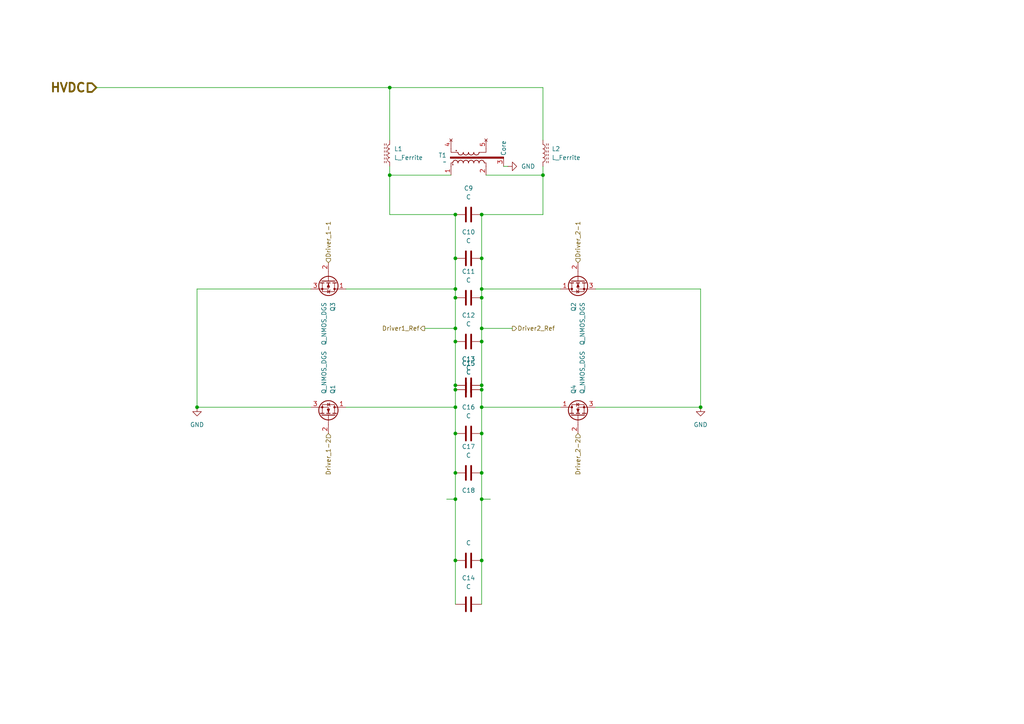
<source format=kicad_sch>
(kicad_sch
	(version 20231120)
	(generator "eeschema")
	(generator_version "8.0")
	(uuid "9cd4557a-55bf-4b87-b18b-c1ab7101cfbf")
	(paper "A4")
	(lib_symbols
		(symbol "CustomParts:TereksTransformer"
			(exclude_from_sim no)
			(in_bom yes)
			(on_board yes)
			(property "Reference" "T"
				(at 0 3.556 0)
				(effects
					(font
						(size 1.27 1.27)
					)
				)
			)
			(property "Value" ""
				(at 0 0 0)
				(effects
					(font
						(size 1.27 1.27)
					)
				)
			)
			(property "Footprint" "AA_Components:WorkTransformer"
				(at 0.762 -17.78 0)
				(effects
					(font
						(size 1.27 1.27)
					)
					(hide yes)
				)
			)
			(property "Datasheet" ""
				(at 0 0 0)
				(effects
					(font
						(size 1.27 1.27)
					)
					(hide yes)
				)
			)
			(property "Description" "Custom Transformer for Terek"
				(at 0.508 -19.558 0)
				(effects
					(font
						(size 1.27 1.27)
					)
					(hide yes)
				)
			)
			(symbol "TereksTransformer_0_1"
				(circle
					(center -2.032 -0.508)
					(radius 0.127)
					(stroke
						(width 0)
						(type default)
					)
					(fill
						(type none)
					)
				)
				(arc
					(start -1.524 -9.652)
					(mid -0.7653 -8.89)
					(end -1.524 -8.128)
					(stroke
						(width 0.2032)
						(type default)
					)
					(fill
						(type none)
					)
				)
				(arc
					(start -1.524 -8.128)
					(mid -0.7653 -7.366)
					(end -1.524 -6.604)
					(stroke
						(width 0.2032)
						(type default)
					)
					(fill
						(type none)
					)
				)
				(arc
					(start -1.524 -6.604)
					(mid -0.7653 -5.842)
					(end -1.524 -5.08)
					(stroke
						(width 0.2032)
						(type default)
					)
					(fill
						(type none)
					)
				)
				(arc
					(start -1.524 -5.08)
					(mid -0.7653 -4.318)
					(end -1.524 -3.556)
					(stroke
						(width 0.2032)
						(type default)
					)
					(fill
						(type none)
					)
				)
				(arc
					(start -1.524 -3.556)
					(mid -0.7653 -2.794)
					(end -1.524 -2.032)
					(stroke
						(width 0.2032)
						(type default)
					)
					(fill
						(type none)
					)
				)
				(arc
					(start -1.524 -2.032)
					(mid -0.7653 -1.27)
					(end -1.524 -0.508)
					(stroke
						(width 0.2032)
						(type default)
					)
					(fill
						(type none)
					)
				)
				(rectangle
					(start -0.254 0.254)
					(end 0.254 -15.3152)
					(stroke
						(width 0.0254)
						(type default)
					)
					(fill
						(type outline)
					)
				)
				(polyline
					(pts
						(xy -1.524 -9.652) (xy -1.524 -10.16) (xy -2.54 -10.16)
					)
					(stroke
						(width 0)
						(type default)
					)
					(fill
						(type none)
					)
				)
				(polyline
					(pts
						(xy -1.524 -0.508) (xy -1.524 0) (xy -2.54 0)
					)
					(stroke
						(width 0)
						(type default)
					)
					(fill
						(type none)
					)
				)
				(polyline
					(pts
						(xy 1.524 -2.032) (xy 1.524 0) (xy 2.54 0) (xy 2.54 0)
					)
					(stroke
						(width 0.1524)
						(type default)
					)
					(fill
						(type none)
					)
				)
				(polyline
					(pts
						(xy 2.54 -10.16) (xy 1.524 -10.16) (xy 1.524 -8.128) (xy 1.524 -8.128)
					)
					(stroke
						(width 0.1524)
						(type default)
					)
					(fill
						(type none)
					)
				)
				(arc
					(start 1.524 -6.604)
					(mid 0.7653 -7.366)
					(end 1.524 -8.128)
					(stroke
						(width 0.2032)
						(type default)
					)
					(fill
						(type none)
					)
				)
				(arc
					(start 1.524 -5.08)
					(mid 0.7653 -5.842)
					(end 1.524 -6.604)
					(stroke
						(width 0.2032)
						(type default)
					)
					(fill
						(type none)
					)
				)
				(arc
					(start 1.524 -3.556)
					(mid 0.7653 -4.318)
					(end 1.524 -5.08)
					(stroke
						(width 0.2032)
						(type default)
					)
					(fill
						(type none)
					)
				)
				(arc
					(start 1.524 -2.032)
					(mid 0.7653 -2.794)
					(end 1.524 -3.556)
					(stroke
						(width 0.2032)
						(type default)
					)
					(fill
						(type none)
					)
				)
				(circle
					(center 2.032 -1.524)
					(radius 0.127)
					(stroke
						(width 0)
						(type default)
					)
					(fill
						(type none)
					)
				)
			)
			(symbol "TereksTransformer_1_1"
				(pin passive line
					(at -5.08 0 0)
					(length 2.54)
					(name "~"
						(effects
							(font
								(size 1.27 1.27)
							)
						)
					)
					(number "1"
						(effects
							(font
								(size 1.27 1.27)
							)
						)
					)
				)
				(pin passive line
					(at -5.08 -10.16 0)
					(length 2.54)
					(name "~"
						(effects
							(font
								(size 1.27 1.27)
							)
						)
					)
					(number "2"
						(effects
							(font
								(size 1.27 1.27)
							)
						)
					)
				)
				(pin passive line
					(at -2.54 -15.24 0)
					(length 2.54)
					(name "Core"
						(effects
							(font
								(size 1.27 1.27)
							)
						)
					)
					(number "3"
						(effects
							(font
								(size 1.27 1.27)
							)
						)
					)
				)
				(pin no_connect line
					(at 5.08 0 180)
					(length 2.54)
					(name "~"
						(effects
							(font
								(size 1.27 1.27)
							)
						)
					)
					(number "4"
						(effects
							(font
								(size 1.27 1.27)
							)
						)
					)
				)
				(pin no_connect line
					(at 5.08 -10.16 180)
					(length 2.54)
					(name "~"
						(effects
							(font
								(size 1.27 1.27)
							)
						)
					)
					(number "5"
						(effects
							(font
								(size 1.27 1.27)
							)
						)
					)
				)
			)
		)
		(symbol "Device:C"
			(pin_numbers hide)
			(pin_names
				(offset 0.254)
			)
			(exclude_from_sim no)
			(in_bom yes)
			(on_board yes)
			(property "Reference" "C"
				(at 0.635 2.54 0)
				(effects
					(font
						(size 1.27 1.27)
					)
					(justify left)
				)
			)
			(property "Value" "C"
				(at 0.635 -2.54 0)
				(effects
					(font
						(size 1.27 1.27)
					)
					(justify left)
				)
			)
			(property "Footprint" ""
				(at 0.9652 -3.81 0)
				(effects
					(font
						(size 1.27 1.27)
					)
					(hide yes)
				)
			)
			(property "Datasheet" "~"
				(at 0 0 0)
				(effects
					(font
						(size 1.27 1.27)
					)
					(hide yes)
				)
			)
			(property "Description" "Unpolarized capacitor"
				(at 0 0 0)
				(effects
					(font
						(size 1.27 1.27)
					)
					(hide yes)
				)
			)
			(property "ki_keywords" "cap capacitor"
				(at 0 0 0)
				(effects
					(font
						(size 1.27 1.27)
					)
					(hide yes)
				)
			)
			(property "ki_fp_filters" "C_*"
				(at 0 0 0)
				(effects
					(font
						(size 1.27 1.27)
					)
					(hide yes)
				)
			)
			(symbol "C_0_1"
				(polyline
					(pts
						(xy -2.032 -0.762) (xy 2.032 -0.762)
					)
					(stroke
						(width 0.508)
						(type default)
					)
					(fill
						(type none)
					)
				)
				(polyline
					(pts
						(xy -2.032 0.762) (xy 2.032 0.762)
					)
					(stroke
						(width 0.508)
						(type default)
					)
					(fill
						(type none)
					)
				)
			)
			(symbol "C_1_1"
				(pin passive line
					(at 0 3.81 270)
					(length 2.794)
					(name "~"
						(effects
							(font
								(size 1.27 1.27)
							)
						)
					)
					(number "1"
						(effects
							(font
								(size 1.27 1.27)
							)
						)
					)
				)
				(pin passive line
					(at 0 -3.81 90)
					(length 2.794)
					(name "~"
						(effects
							(font
								(size 1.27 1.27)
							)
						)
					)
					(number "2"
						(effects
							(font
								(size 1.27 1.27)
							)
						)
					)
				)
			)
		)
		(symbol "Device:L_Ferrite"
			(pin_numbers hide)
			(pin_names
				(offset 1.016) hide)
			(exclude_from_sim no)
			(in_bom yes)
			(on_board yes)
			(property "Reference" "L"
				(at -1.27 0 90)
				(effects
					(font
						(size 1.27 1.27)
					)
				)
			)
			(property "Value" "L_Ferrite"
				(at 2.794 0 90)
				(effects
					(font
						(size 1.27 1.27)
					)
				)
			)
			(property "Footprint" ""
				(at 0 0 0)
				(effects
					(font
						(size 1.27 1.27)
					)
					(hide yes)
				)
			)
			(property "Datasheet" "~"
				(at 0 0 0)
				(effects
					(font
						(size 1.27 1.27)
					)
					(hide yes)
				)
			)
			(property "Description" "Inductor with ferrite core"
				(at 0 0 0)
				(effects
					(font
						(size 1.27 1.27)
					)
					(hide yes)
				)
			)
			(property "ki_keywords" "inductor choke coil reactor magnetic"
				(at 0 0 0)
				(effects
					(font
						(size 1.27 1.27)
					)
					(hide yes)
				)
			)
			(property "ki_fp_filters" "Choke_* *Coil* Inductor_* L_*"
				(at 0 0 0)
				(effects
					(font
						(size 1.27 1.27)
					)
					(hide yes)
				)
			)
			(symbol "L_Ferrite_0_1"
				(arc
					(start 0 -2.54)
					(mid 0.6323 -1.905)
					(end 0 -1.27)
					(stroke
						(width 0)
						(type default)
					)
					(fill
						(type none)
					)
				)
				(arc
					(start 0 -1.27)
					(mid 0.6323 -0.635)
					(end 0 0)
					(stroke
						(width 0)
						(type default)
					)
					(fill
						(type none)
					)
				)
				(polyline
					(pts
						(xy 1.016 -2.794) (xy 1.016 -2.286)
					)
					(stroke
						(width 0)
						(type default)
					)
					(fill
						(type none)
					)
				)
				(polyline
					(pts
						(xy 1.016 -1.778) (xy 1.016 -1.27)
					)
					(stroke
						(width 0)
						(type default)
					)
					(fill
						(type none)
					)
				)
				(polyline
					(pts
						(xy 1.016 -0.762) (xy 1.016 -0.254)
					)
					(stroke
						(width 0)
						(type default)
					)
					(fill
						(type none)
					)
				)
				(polyline
					(pts
						(xy 1.016 0.254) (xy 1.016 0.762)
					)
					(stroke
						(width 0)
						(type default)
					)
					(fill
						(type none)
					)
				)
				(polyline
					(pts
						(xy 1.016 1.27) (xy 1.016 1.778)
					)
					(stroke
						(width 0)
						(type default)
					)
					(fill
						(type none)
					)
				)
				(polyline
					(pts
						(xy 1.016 2.286) (xy 1.016 2.794)
					)
					(stroke
						(width 0)
						(type default)
					)
					(fill
						(type none)
					)
				)
				(polyline
					(pts
						(xy 1.524 -2.286) (xy 1.524 -2.794)
					)
					(stroke
						(width 0)
						(type default)
					)
					(fill
						(type none)
					)
				)
				(polyline
					(pts
						(xy 1.524 -1.27) (xy 1.524 -1.778)
					)
					(stroke
						(width 0)
						(type default)
					)
					(fill
						(type none)
					)
				)
				(polyline
					(pts
						(xy 1.524 -0.254) (xy 1.524 -0.762)
					)
					(stroke
						(width 0)
						(type default)
					)
					(fill
						(type none)
					)
				)
				(polyline
					(pts
						(xy 1.524 0.762) (xy 1.524 0.254)
					)
					(stroke
						(width 0)
						(type default)
					)
					(fill
						(type none)
					)
				)
				(polyline
					(pts
						(xy 1.524 1.778) (xy 1.524 1.27)
					)
					(stroke
						(width 0)
						(type default)
					)
					(fill
						(type none)
					)
				)
				(polyline
					(pts
						(xy 1.524 2.794) (xy 1.524 2.286)
					)
					(stroke
						(width 0)
						(type default)
					)
					(fill
						(type none)
					)
				)
				(arc
					(start 0 0)
					(mid 0.6323 0.635)
					(end 0 1.27)
					(stroke
						(width 0)
						(type default)
					)
					(fill
						(type none)
					)
				)
				(arc
					(start 0 1.27)
					(mid 0.6323 1.905)
					(end 0 2.54)
					(stroke
						(width 0)
						(type default)
					)
					(fill
						(type none)
					)
				)
			)
			(symbol "L_Ferrite_1_1"
				(pin passive line
					(at 0 3.81 270)
					(length 1.27)
					(name "1"
						(effects
							(font
								(size 1.27 1.27)
							)
						)
					)
					(number "1"
						(effects
							(font
								(size 1.27 1.27)
							)
						)
					)
				)
				(pin passive line
					(at 0 -3.81 90)
					(length 1.27)
					(name "2"
						(effects
							(font
								(size 1.27 1.27)
							)
						)
					)
					(number "2"
						(effects
							(font
								(size 1.27 1.27)
							)
						)
					)
				)
			)
		)
		(symbol "Device:Q_NMOS_DGS"
			(pin_names
				(offset 0) hide)
			(exclude_from_sim no)
			(in_bom yes)
			(on_board yes)
			(property "Reference" "Q"
				(at 5.08 1.27 0)
				(effects
					(font
						(size 1.27 1.27)
					)
					(justify left)
				)
			)
			(property "Value" "Q_NMOS_DGS"
				(at 5.08 -1.27 0)
				(effects
					(font
						(size 1.27 1.27)
					)
					(justify left)
				)
			)
			(property "Footprint" ""
				(at 5.08 2.54 0)
				(effects
					(font
						(size 1.27 1.27)
					)
					(hide yes)
				)
			)
			(property "Datasheet" "~"
				(at 0 0 0)
				(effects
					(font
						(size 1.27 1.27)
					)
					(hide yes)
				)
			)
			(property "Description" "N-MOSFET transistor, drain/gate/source"
				(at 0 0 0)
				(effects
					(font
						(size 1.27 1.27)
					)
					(hide yes)
				)
			)
			(property "ki_keywords" "transistor NMOS N-MOS N-MOSFET"
				(at 0 0 0)
				(effects
					(font
						(size 1.27 1.27)
					)
					(hide yes)
				)
			)
			(symbol "Q_NMOS_DGS_0_1"
				(polyline
					(pts
						(xy 0.254 0) (xy -2.54 0)
					)
					(stroke
						(width 0)
						(type default)
					)
					(fill
						(type none)
					)
				)
				(polyline
					(pts
						(xy 0.254 1.905) (xy 0.254 -1.905)
					)
					(stroke
						(width 0.254)
						(type default)
					)
					(fill
						(type none)
					)
				)
				(polyline
					(pts
						(xy 0.762 -1.27) (xy 0.762 -2.286)
					)
					(stroke
						(width 0.254)
						(type default)
					)
					(fill
						(type none)
					)
				)
				(polyline
					(pts
						(xy 0.762 0.508) (xy 0.762 -0.508)
					)
					(stroke
						(width 0.254)
						(type default)
					)
					(fill
						(type none)
					)
				)
				(polyline
					(pts
						(xy 0.762 2.286) (xy 0.762 1.27)
					)
					(stroke
						(width 0.254)
						(type default)
					)
					(fill
						(type none)
					)
				)
				(polyline
					(pts
						(xy 2.54 2.54) (xy 2.54 1.778)
					)
					(stroke
						(width 0)
						(type default)
					)
					(fill
						(type none)
					)
				)
				(polyline
					(pts
						(xy 2.54 -2.54) (xy 2.54 0) (xy 0.762 0)
					)
					(stroke
						(width 0)
						(type default)
					)
					(fill
						(type none)
					)
				)
				(polyline
					(pts
						(xy 0.762 -1.778) (xy 3.302 -1.778) (xy 3.302 1.778) (xy 0.762 1.778)
					)
					(stroke
						(width 0)
						(type default)
					)
					(fill
						(type none)
					)
				)
				(polyline
					(pts
						(xy 1.016 0) (xy 2.032 0.381) (xy 2.032 -0.381) (xy 1.016 0)
					)
					(stroke
						(width 0)
						(type default)
					)
					(fill
						(type outline)
					)
				)
				(polyline
					(pts
						(xy 2.794 0.508) (xy 2.921 0.381) (xy 3.683 0.381) (xy 3.81 0.254)
					)
					(stroke
						(width 0)
						(type default)
					)
					(fill
						(type none)
					)
				)
				(polyline
					(pts
						(xy 3.302 0.381) (xy 2.921 -0.254) (xy 3.683 -0.254) (xy 3.302 0.381)
					)
					(stroke
						(width 0)
						(type default)
					)
					(fill
						(type none)
					)
				)
				(circle
					(center 1.651 0)
					(radius 2.794)
					(stroke
						(width 0.254)
						(type default)
					)
					(fill
						(type none)
					)
				)
				(circle
					(center 2.54 -1.778)
					(radius 0.254)
					(stroke
						(width 0)
						(type default)
					)
					(fill
						(type outline)
					)
				)
				(circle
					(center 2.54 1.778)
					(radius 0.254)
					(stroke
						(width 0)
						(type default)
					)
					(fill
						(type outline)
					)
				)
			)
			(symbol "Q_NMOS_DGS_1_1"
				(pin passive line
					(at 2.54 5.08 270)
					(length 2.54)
					(name "D"
						(effects
							(font
								(size 1.27 1.27)
							)
						)
					)
					(number "1"
						(effects
							(font
								(size 1.27 1.27)
							)
						)
					)
				)
				(pin input line
					(at -5.08 0 0)
					(length 2.54)
					(name "G"
						(effects
							(font
								(size 1.27 1.27)
							)
						)
					)
					(number "2"
						(effects
							(font
								(size 1.27 1.27)
							)
						)
					)
				)
				(pin passive line
					(at 2.54 -5.08 90)
					(length 2.54)
					(name "S"
						(effects
							(font
								(size 1.27 1.27)
							)
						)
					)
					(number "3"
						(effects
							(font
								(size 1.27 1.27)
							)
						)
					)
				)
			)
		)
		(symbol "power:GND"
			(power)
			(pin_numbers hide)
			(pin_names
				(offset 0) hide)
			(exclude_from_sim no)
			(in_bom yes)
			(on_board yes)
			(property "Reference" "#PWR"
				(at 0 -6.35 0)
				(effects
					(font
						(size 1.27 1.27)
					)
					(hide yes)
				)
			)
			(property "Value" "GND"
				(at 0 -3.81 0)
				(effects
					(font
						(size 1.27 1.27)
					)
				)
			)
			(property "Footprint" ""
				(at 0 0 0)
				(effects
					(font
						(size 1.27 1.27)
					)
					(hide yes)
				)
			)
			(property "Datasheet" ""
				(at 0 0 0)
				(effects
					(font
						(size 1.27 1.27)
					)
					(hide yes)
				)
			)
			(property "Description" "Power symbol creates a global label with name \"GND\" , ground"
				(at 0 0 0)
				(effects
					(font
						(size 1.27 1.27)
					)
					(hide yes)
				)
			)
			(property "ki_keywords" "global power"
				(at 0 0 0)
				(effects
					(font
						(size 1.27 1.27)
					)
					(hide yes)
				)
			)
			(symbol "GND_0_1"
				(polyline
					(pts
						(xy 0 0) (xy 0 -1.27) (xy 1.27 -1.27) (xy 0 -2.54) (xy -1.27 -1.27) (xy 0 -1.27)
					)
					(stroke
						(width 0)
						(type default)
					)
					(fill
						(type none)
					)
				)
			)
			(symbol "GND_1_1"
				(pin power_in line
					(at 0 0 270)
					(length 0)
					(name "~"
						(effects
							(font
								(size 1.27 1.27)
							)
						)
					)
					(number "1"
						(effects
							(font
								(size 1.27 1.27)
							)
						)
					)
				)
			)
		)
	)
	(junction
		(at 139.7 118.11)
		(diameter 0)
		(color 0 0 0 0)
		(uuid "042a3427-f537-47bd-98fc-257459b6151b")
	)
	(junction
		(at 157.48 50.8)
		(diameter 0)
		(color 0 0 0 0)
		(uuid "05d05276-92e1-4dca-b0cd-c12b685facca")
	)
	(junction
		(at 132.08 74.93)
		(diameter 0)
		(color 0 0 0 0)
		(uuid "14e1bc9e-3333-4d28-b928-0c66ee245d4a")
	)
	(junction
		(at 139.7 74.93)
		(diameter 0)
		(color 0 0 0 0)
		(uuid "15f8f1ec-0740-4826-b1d4-7409bcc3c186")
	)
	(junction
		(at 132.08 118.11)
		(diameter 0)
		(color 0 0 0 0)
		(uuid "1a814e1e-dff4-427c-979c-182e8a389832")
	)
	(junction
		(at 139.7 86.36)
		(diameter 0)
		(color 0 0 0 0)
		(uuid "1af79d56-8ff1-4b56-9e8b-f7f02b8f72ce")
	)
	(junction
		(at 113.03 50.8)
		(diameter 0)
		(color 0 0 0 0)
		(uuid "2fd76069-4e57-468a-b97a-414da1146bc3")
	)
	(junction
		(at 139.7 62.23)
		(diameter 0)
		(color 0 0 0 0)
		(uuid "338f2272-b941-4c11-b998-0d2339072b35")
	)
	(junction
		(at 139.7 113.03)
		(diameter 0)
		(color 0 0 0 0)
		(uuid "3e36ed91-e926-461b-99c9-53e5a21a8bf9")
	)
	(junction
		(at 132.08 144.78)
		(diameter 0)
		(color 0 0 0 0)
		(uuid "44734972-0260-42bf-a837-d4fc519f0012")
	)
	(junction
		(at 139.7 99.06)
		(diameter 0)
		(color 0 0 0 0)
		(uuid "4a94c1f5-7412-42fa-a748-3e66fbe7f7d7")
	)
	(junction
		(at 139.7 83.82)
		(diameter 0)
		(color 0 0 0 0)
		(uuid "5908f3b7-48c2-4845-bee7-c37062053736")
	)
	(junction
		(at 132.08 99.06)
		(diameter 0)
		(color 0 0 0 0)
		(uuid "5ccc6b0d-71ad-4c61-a93d-4c328781907e")
	)
	(junction
		(at 132.08 62.23)
		(diameter 0)
		(color 0 0 0 0)
		(uuid "6676fdd5-6a7c-49c0-90ff-66ad2ee0f15d")
	)
	(junction
		(at 139.7 111.76)
		(diameter 0)
		(color 0 0 0 0)
		(uuid "7506eb4f-5c08-4c2a-aa2b-eb31b36e9e9a")
	)
	(junction
		(at 132.08 83.82)
		(diameter 0)
		(color 0 0 0 0)
		(uuid "793117e9-72bd-419b-b36e-8fc1991b5b56")
	)
	(junction
		(at 113.03 25.4)
		(diameter 0)
		(color 0 0 0 0)
		(uuid "7bdeae33-0f4c-4090-8357-e405e238142d")
	)
	(junction
		(at 57.15 118.11)
		(diameter 0)
		(color 0 0 0 0)
		(uuid "834b88eb-e0e4-4897-b6b2-1dfcabe6d0b7")
	)
	(junction
		(at 132.08 86.36)
		(diameter 0)
		(color 0 0 0 0)
		(uuid "840f864d-1f65-4471-9d22-c19b7880881f")
	)
	(junction
		(at 139.7 162.56)
		(diameter 0)
		(color 0 0 0 0)
		(uuid "8594ddaf-4778-4367-8477-a1d6d63ec033")
	)
	(junction
		(at 139.7 125.73)
		(diameter 0)
		(color 0 0 0 0)
		(uuid "88968846-1424-43f4-a105-1053a793b5fe")
	)
	(junction
		(at 139.7 95.25)
		(diameter 0)
		(color 0 0 0 0)
		(uuid "afb966ea-ea34-454b-b530-1d78380c4f6a")
	)
	(junction
		(at 132.08 125.73)
		(diameter 0)
		(color 0 0 0 0)
		(uuid "b947acf3-2c70-468f-9d88-6369300ac637")
	)
	(junction
		(at 132.08 113.03)
		(diameter 0)
		(color 0 0 0 0)
		(uuid "cb15790f-5201-4468-a8ca-189057d75e09")
	)
	(junction
		(at 139.7 144.78)
		(diameter 0)
		(color 0 0 0 0)
		(uuid "d15e8e96-1ca4-444b-92e4-80774c782187")
	)
	(junction
		(at 132.08 162.56)
		(diameter 0)
		(color 0 0 0 0)
		(uuid "dd261c92-9133-4dd8-b6e6-ff6703aded53")
	)
	(junction
		(at 139.7 137.16)
		(diameter 0)
		(color 0 0 0 0)
		(uuid "e79f6905-c1ac-4e62-b64e-4c4a57a47c75")
	)
	(junction
		(at 203.2 118.11)
		(diameter 0)
		(color 0 0 0 0)
		(uuid "ec5e9a76-051b-4a49-8a9d-9be553b3f413")
	)
	(junction
		(at 132.08 137.16)
		(diameter 0)
		(color 0 0 0 0)
		(uuid "efc082cd-c958-47dc-8099-daa8fb67dbae")
	)
	(junction
		(at 132.08 95.25)
		(diameter 0)
		(color 0 0 0 0)
		(uuid "f3801f10-1b6b-4fd5-a73c-a6dcb98c616a")
	)
	(junction
		(at 132.08 111.76)
		(diameter 0)
		(color 0 0 0 0)
		(uuid "f43f67ad-e0dc-4b51-b693-f371d99a6d61")
	)
	(wire
		(pts
			(xy 113.03 62.23) (xy 132.08 62.23)
		)
		(stroke
			(width 0)
			(type default)
		)
		(uuid "03cd952b-6261-479c-9e60-4db835b14c61")
	)
	(wire
		(pts
			(xy 132.08 111.76) (xy 132.08 113.03)
		)
		(stroke
			(width 0)
			(type default)
		)
		(uuid "04fa0002-5c19-40dc-9d44-d1a6598ba6ce")
	)
	(wire
		(pts
			(xy 157.48 40.64) (xy 157.48 25.4)
		)
		(stroke
			(width 0)
			(type default)
		)
		(uuid "0716ea0f-b73a-49d8-96ff-7cc333b97c4c")
	)
	(wire
		(pts
			(xy 172.72 83.82) (xy 203.2 83.82)
		)
		(stroke
			(width 0)
			(type default)
		)
		(uuid "0771b51c-ce90-457a-893a-d65d0b4f5d33")
	)
	(wire
		(pts
			(xy 139.7 113.03) (xy 139.7 118.11)
		)
		(stroke
			(width 0)
			(type default)
		)
		(uuid "090d93e0-47ff-4601-adce-63fa83eeebc4")
	)
	(wire
		(pts
			(xy 139.7 125.73) (xy 139.7 137.16)
		)
		(stroke
			(width 0)
			(type default)
		)
		(uuid "09aeb38e-d90a-415e-9978-a3c98994d293")
	)
	(wire
		(pts
			(xy 132.08 162.56) (xy 132.08 175.26)
		)
		(stroke
			(width 0)
			(type default)
		)
		(uuid "0afa8321-ce05-408b-9bd3-80e9805a559a")
	)
	(wire
		(pts
			(xy 132.08 62.23) (xy 132.08 74.93)
		)
		(stroke
			(width 0)
			(type default)
		)
		(uuid "1c685a76-44fd-4d5e-9bde-1b2a67434222")
	)
	(wire
		(pts
			(xy 139.7 162.56) (xy 139.7 175.26)
		)
		(stroke
			(width 0)
			(type default)
		)
		(uuid "1ced0967-555a-4e97-a3a6-9d2adac19acc")
	)
	(wire
		(pts
			(xy 139.7 95.25) (xy 148.59 95.25)
		)
		(stroke
			(width 0)
			(type default)
		)
		(uuid "23c53c9e-5f07-4dfb-880e-794b64b487cd")
	)
	(wire
		(pts
			(xy 132.08 74.93) (xy 132.08 83.82)
		)
		(stroke
			(width 0)
			(type default)
		)
		(uuid "28b58f09-4cb2-4984-8c8a-1517956c3bca")
	)
	(wire
		(pts
			(xy 147.32 48.26) (xy 146.05 48.26)
		)
		(stroke
			(width 0)
			(type default)
		)
		(uuid "28c807b9-0ddf-41eb-8771-7d7e583065f0")
	)
	(wire
		(pts
			(xy 139.7 62.23) (xy 157.48 62.23)
		)
		(stroke
			(width 0)
			(type default)
		)
		(uuid "29b12a1c-ac62-4145-b7b9-df5e50358d42")
	)
	(wire
		(pts
			(xy 100.33 83.82) (xy 132.08 83.82)
		)
		(stroke
			(width 0)
			(type default)
		)
		(uuid "30dfedce-25a5-450d-a0e1-0df887bcbe55")
	)
	(wire
		(pts
			(xy 139.7 118.11) (xy 162.56 118.11)
		)
		(stroke
			(width 0)
			(type default)
		)
		(uuid "33ad69d0-bd0d-4847-a130-a9e49743eb34")
	)
	(wire
		(pts
			(xy 157.48 25.4) (xy 113.03 25.4)
		)
		(stroke
			(width 0)
			(type default)
		)
		(uuid "3b54cc2e-fd1b-4017-9f2d-8058b00660d3")
	)
	(wire
		(pts
			(xy 132.08 86.36) (xy 132.08 95.25)
		)
		(stroke
			(width 0)
			(type default)
		)
		(uuid "42c510b5-50e2-44b8-bcb2-bbd8541d50f1")
	)
	(wire
		(pts
			(xy 139.7 83.82) (xy 162.56 83.82)
		)
		(stroke
			(width 0)
			(type default)
		)
		(uuid "4728855e-6e78-47dc-88db-a81392cfaa98")
	)
	(wire
		(pts
			(xy 113.03 50.8) (xy 130.81 50.8)
		)
		(stroke
			(width 0)
			(type default)
		)
		(uuid "486fa881-dbb3-4963-a88c-2a8673dda25b")
	)
	(wire
		(pts
			(xy 139.7 99.06) (xy 139.7 111.76)
		)
		(stroke
			(width 0)
			(type default)
		)
		(uuid "4a6e79ea-c7f8-4e66-85ca-bf20f0e295a3")
	)
	(wire
		(pts
			(xy 113.03 48.26) (xy 113.03 50.8)
		)
		(stroke
			(width 0)
			(type default)
		)
		(uuid "4aae044a-0222-4610-b00f-659d254ecf8e")
	)
	(wire
		(pts
			(xy 100.33 118.11) (xy 132.08 118.11)
		)
		(stroke
			(width 0)
			(type default)
		)
		(uuid "507e88c0-4a24-4be5-8b78-d3d8535c5867")
	)
	(wire
		(pts
			(xy 57.15 83.82) (xy 57.15 118.11)
		)
		(stroke
			(width 0)
			(type default)
		)
		(uuid "52f862a4-672a-4a7f-bfae-613053576bd1")
	)
	(wire
		(pts
			(xy 57.15 118.11) (xy 90.17 118.11)
		)
		(stroke
			(width 0)
			(type default)
		)
		(uuid "5932db6c-5190-40dd-b674-2a5987b0a3d4")
	)
	(wire
		(pts
			(xy 157.48 62.23) (xy 157.48 50.8)
		)
		(stroke
			(width 0)
			(type default)
		)
		(uuid "59492da5-6de8-4609-bcce-124e6f05f42d")
	)
	(wire
		(pts
			(xy 139.7 83.82) (xy 139.7 86.36)
		)
		(stroke
			(width 0)
			(type default)
		)
		(uuid "5e9557d6-ad5c-4ef6-9b95-e3c9ba58b0f4")
	)
	(wire
		(pts
			(xy 132.08 118.11) (xy 132.08 125.73)
		)
		(stroke
			(width 0)
			(type default)
		)
		(uuid "61e68c2a-7674-4079-9754-b98c2750ecea")
	)
	(wire
		(pts
			(xy 139.7 111.76) (xy 139.7 113.03)
		)
		(stroke
			(width 0)
			(type default)
		)
		(uuid "6388ba20-0a31-41e4-be4c-d2e0a27a2dfb")
	)
	(wire
		(pts
			(xy 57.15 83.82) (xy 90.17 83.82)
		)
		(stroke
			(width 0)
			(type default)
		)
		(uuid "68863e37-4a1e-4ff5-ab03-834e34289250")
	)
	(wire
		(pts
			(xy 132.08 99.06) (xy 132.08 111.76)
		)
		(stroke
			(width 0)
			(type default)
		)
		(uuid "6dcdd3e8-ab97-4606-8279-f915f74ce56e")
	)
	(wire
		(pts
			(xy 123.19 95.25) (xy 132.08 95.25)
		)
		(stroke
			(width 0)
			(type default)
		)
		(uuid "6dd0f896-a639-48f6-a33a-dec8321b2170")
	)
	(wire
		(pts
			(xy 27.94 25.4) (xy 113.03 25.4)
		)
		(stroke
			(width 0)
			(type default)
		)
		(uuid "72d1a965-63d5-4862-85c9-d1c9919a5ee6")
	)
	(wire
		(pts
			(xy 139.7 144.78) (xy 139.7 162.56)
		)
		(stroke
			(width 0)
			(type default)
		)
		(uuid "744530ad-d0ae-413a-8dc6-d2c14ddcad88")
	)
	(wire
		(pts
			(xy 172.72 118.11) (xy 203.2 118.11)
		)
		(stroke
			(width 0)
			(type default)
		)
		(uuid "7908396f-c2c4-49fc-9ae1-11a899e3ff4a")
	)
	(wire
		(pts
			(xy 132.08 137.16) (xy 132.08 144.78)
		)
		(stroke
			(width 0)
			(type default)
		)
		(uuid "793d338d-867e-451f-a87c-dcae54b7b423")
	)
	(wire
		(pts
			(xy 132.08 95.25) (xy 132.08 99.06)
		)
		(stroke
			(width 0)
			(type default)
		)
		(uuid "83c7ed55-600b-46b3-a830-798dc6055ec1")
	)
	(wire
		(pts
			(xy 140.97 50.8) (xy 157.48 50.8)
		)
		(stroke
			(width 0)
			(type default)
		)
		(uuid "8cf62420-c868-4bcb-b05b-d85f33980da3")
	)
	(wire
		(pts
			(xy 132.08 125.73) (xy 132.08 137.16)
		)
		(stroke
			(width 0)
			(type default)
		)
		(uuid "94006d87-dff6-4b44-aa2d-77f2bc251a76")
	)
	(wire
		(pts
			(xy 139.7 137.16) (xy 139.7 144.78)
		)
		(stroke
			(width 0)
			(type default)
		)
		(uuid "96a08538-ce09-47eb-83fa-83fa47342bb9")
	)
	(wire
		(pts
			(xy 139.7 62.23) (xy 139.7 74.93)
		)
		(stroke
			(width 0)
			(type default)
		)
		(uuid "9bc44bd6-7db3-4c16-bb6d-9852c86f383f")
	)
	(wire
		(pts
			(xy 132.08 83.82) (xy 132.08 86.36)
		)
		(stroke
			(width 0)
			(type default)
		)
		(uuid "9ccf5ed3-382a-4e67-aec9-a84c4d14c193")
	)
	(wire
		(pts
			(xy 113.03 62.23) (xy 113.03 50.8)
		)
		(stroke
			(width 0)
			(type default)
		)
		(uuid "9e3a086f-a3b6-400f-867b-5b5d3ec98c8b")
	)
	(wire
		(pts
			(xy 203.2 83.82) (xy 203.2 118.11)
		)
		(stroke
			(width 0)
			(type default)
		)
		(uuid "a55e643f-d880-4378-a10c-9e7885169f8e")
	)
	(wire
		(pts
			(xy 129.54 144.78) (xy 132.08 144.78)
		)
		(stroke
			(width 0)
			(type default)
		)
		(uuid "a7feac12-cc83-4610-87c8-cac932c7aee6")
	)
	(wire
		(pts
			(xy 139.7 144.78) (xy 142.24 144.78)
		)
		(stroke
			(width 0)
			(type default)
		)
		(uuid "aab5a56d-437d-4774-bfe8-8c5578f9f087")
	)
	(wire
		(pts
			(xy 139.7 118.11) (xy 139.7 125.73)
		)
		(stroke
			(width 0)
			(type default)
		)
		(uuid "b4760d3c-9140-4022-a3d6-4021c9d847d8")
	)
	(wire
		(pts
			(xy 132.08 144.78) (xy 132.08 162.56)
		)
		(stroke
			(width 0)
			(type default)
		)
		(uuid "c3be6189-c4e4-44e8-93eb-5d4650dad720")
	)
	(wire
		(pts
			(xy 139.7 74.93) (xy 139.7 83.82)
		)
		(stroke
			(width 0)
			(type default)
		)
		(uuid "c96e55d2-d28a-4fc2-8244-517b2c468b07")
	)
	(wire
		(pts
			(xy 139.7 95.25) (xy 139.7 99.06)
		)
		(stroke
			(width 0)
			(type default)
		)
		(uuid "d17b9bc7-314f-49dc-8e1f-b2d00438ce2a")
	)
	(wire
		(pts
			(xy 113.03 25.4) (xy 113.03 40.64)
		)
		(stroke
			(width 0)
			(type default)
		)
		(uuid "dde0a3ee-fbb8-4fbb-8250-38df4982c17b")
	)
	(wire
		(pts
			(xy 157.48 50.8) (xy 157.48 48.26)
		)
		(stroke
			(width 0)
			(type default)
		)
		(uuid "e27908e0-f637-47a1-93b9-62b331add91a")
	)
	(wire
		(pts
			(xy 139.7 86.36) (xy 139.7 95.25)
		)
		(stroke
			(width 0)
			(type default)
		)
		(uuid "e62a2830-a8b8-43c5-bc46-1073d1b7645e")
	)
	(wire
		(pts
			(xy 132.08 113.03) (xy 132.08 118.11)
		)
		(stroke
			(width 0)
			(type default)
		)
		(uuid "fa1c233f-8967-429d-99f0-08a35864c2b5")
	)
	(hierarchical_label "Driver_1-2"
		(shape input)
		(at 95.25 125.73 270)
		(fields_autoplaced yes)
		(effects
			(font
				(size 1.27 1.27)
			)
			(justify right)
		)
		(uuid "1ade55c6-8188-4de7-85b5-fef8fb239c1e")
	)
	(hierarchical_label "Driver_2-2"
		(shape input)
		(at 167.64 125.73 270)
		(fields_autoplaced yes)
		(effects
			(font
				(size 1.27 1.27)
			)
			(justify right)
		)
		(uuid "3a394c98-e3c5-45e1-9bde-e5c366f6fb40")
	)
	(hierarchical_label "Driver2_Ref"
		(shape output)
		(at 148.59 95.25 0)
		(fields_autoplaced yes)
		(effects
			(font
				(size 1.27 1.27)
			)
			(justify left)
		)
		(uuid "5b8ffd65-f9fd-43b4-b030-b9863f788f9c")
	)
	(hierarchical_label "Driver_2-1"
		(shape input)
		(at 167.64 76.2 90)
		(fields_autoplaced yes)
		(effects
			(font
				(size 1.27 1.27)
			)
			(justify left)
		)
		(uuid "5ef97e2c-19f3-427a-94bd-d4214aeb710d")
	)
	(hierarchical_label "HVDC"
		(shape input)
		(at 27.94 25.4 180)
		(fields_autoplaced yes)
		(effects
			(font
				(size 2.54 2.54)
				(thickness 0.508)
				(bold yes)
			)
			(justify right)
		)
		(uuid "8c744561-1aec-450f-a4bd-9d3fc72c3749")
	)
	(hierarchical_label "Driver_1-1"
		(shape input)
		(at 95.25 76.2 90)
		(fields_autoplaced yes)
		(effects
			(font
				(size 1.27 1.27)
			)
			(justify left)
		)
		(uuid "cdf85241-e59f-42e6-87de-5d5aa4fdbc22")
	)
	(hierarchical_label "Driver1_Ref"
		(shape output)
		(at 123.19 95.25 180)
		(fields_autoplaced yes)
		(effects
			(font
				(size 1.27 1.27)
			)
			(justify right)
		)
		(uuid "ed8fb6a8-0287-4046-a114-1922b675d8b0")
	)
	(symbol
		(lib_id "Device:Q_NMOS_DGS")
		(at 95.25 120.65 270)
		(mirror x)
		(unit 1)
		(exclude_from_sim no)
		(in_bom yes)
		(on_board yes)
		(dnp no)
		(uuid "00bf78e4-383b-4003-97e9-46d11b833f1d")
		(property "Reference" "Q1"
			(at 96.5201 114.3 0)
			(effects
				(font
					(size 1.27 1.27)
				)
				(justify left)
			)
		)
		(property "Value" "Q_NMOS_DGS"
			(at 93.9801 114.3 0)
			(effects
				(font
					(size 1.27 1.27)
				)
				(justify left)
			)
		)
		(property "Footprint" "Package_TO_SOT_THT:TO-247-3_Vertical"
			(at 97.79 115.57 0)
			(effects
				(font
					(size 1.27 1.27)
				)
				(hide yes)
			)
		)
		(property "Datasheet" "~"
			(at 95.25 120.65 0)
			(effects
				(font
					(size 1.27 1.27)
				)
				(hide yes)
			)
		)
		(property "Description" "N-MOSFET transistor, drain/gate/source"
			(at 95.25 120.65 0)
			(effects
				(font
					(size 1.27 1.27)
				)
				(hide yes)
			)
		)
		(pin "1"
			(uuid "f08f9a8a-0304-4165-8117-8e727f59b42c")
		)
		(pin "2"
			(uuid "66d7bea7-c795-42c9-995f-5699ee9c6e83")
		)
		(pin "3"
			(uuid "c087c975-5bd4-4793-8d36-28c2dd090154")
		)
		(instances
			(project ""
				(path "/2e5eefbb-8035-4d3b-93bb-12eb9b3ca2e0/aff4acee-0aad-486d-a94c-feced609e497"
					(reference "Q1")
					(unit 1)
				)
			)
		)
	)
	(symbol
		(lib_id "Device:L_Ferrite")
		(at 113.03 44.45 180)
		(unit 1)
		(exclude_from_sim no)
		(in_bom yes)
		(on_board yes)
		(dnp no)
		(fields_autoplaced yes)
		(uuid "0717f71f-01b6-40b6-abb2-3a894f6a4c6a")
		(property "Reference" "L1"
			(at 114.3 43.1799 0)
			(effects
				(font
					(size 1.27 1.27)
				)
				(justify right)
			)
		)
		(property "Value" "L_Ferrite"
			(at 114.3 45.7199 0)
			(effects
				(font
					(size 1.27 1.27)
				)
				(justify right)
			)
		)
		(property "Footprint" "Mouser:2318VRC"
			(at 113.03 44.45 0)
			(effects
				(font
					(size 1.27 1.27)
				)
				(hide yes)
			)
		)
		(property "Datasheet" "~"
			(at 113.03 44.45 0)
			(effects
				(font
					(size 1.27 1.27)
				)
				(hide yes)
			)
		)
		(property "Description" "Inductor with ferrite core"
			(at 113.03 44.45 0)
			(effects
				(font
					(size 1.27 1.27)
				)
				(hide yes)
			)
		)
		(pin "1"
			(uuid "2402b499-139d-480f-8168-559a9affe68b")
		)
		(pin "2"
			(uuid "4ba94d71-be16-4c94-a824-69cde88b8706")
		)
		(instances
			(project ""
				(path "/2e5eefbb-8035-4d3b-93bb-12eb9b3ca2e0/aff4acee-0aad-486d-a94c-feced609e497"
					(reference "L1")
					(unit 1)
				)
			)
		)
	)
	(symbol
		(lib_id "Device:C")
		(at 135.89 111.76 90)
		(unit 1)
		(exclude_from_sim no)
		(in_bom yes)
		(on_board yes)
		(dnp no)
		(fields_autoplaced yes)
		(uuid "10b61c63-8957-4fb3-a71b-774e3b1aa113")
		(property "Reference" "C13"
			(at 135.89 104.14 90)
			(effects
				(font
					(size 1.27 1.27)
				)
			)
		)
		(property "Value" "C"
			(at 135.89 106.68 90)
			(effects
				(font
					(size 1.27 1.27)
				)
			)
		)
		(property "Footprint" "Capacitor_THT:C_Rect_L32.0mm_W16.0mm_P27.50mm"
			(at 139.7 110.7948 0)
			(effects
				(font
					(size 1.27 1.27)
				)
				(hide yes)
			)
		)
		(property "Datasheet" "~"
			(at 135.89 111.76 0)
			(effects
				(font
					(size 1.27 1.27)
				)
				(hide yes)
			)
		)
		(property "Description" "Unpolarized capacitor"
			(at 135.89 111.76 0)
			(effects
				(font
					(size 1.27 1.27)
				)
				(hide yes)
			)
		)
		(pin "1"
			(uuid "0879574e-82b9-4950-abe5-e3298da0683c")
		)
		(pin "2"
			(uuid "619e54a0-f47c-4a0c-9fa9-d1295f8d6f76")
		)
		(instances
			(project "AutoAnnealer"
				(path "/2e5eefbb-8035-4d3b-93bb-12eb9b3ca2e0/aff4acee-0aad-486d-a94c-feced609e497"
					(reference "C13")
					(unit 1)
				)
			)
		)
	)
	(symbol
		(lib_id "power:GND")
		(at 203.2 118.11 0)
		(unit 1)
		(exclude_from_sim no)
		(in_bom yes)
		(on_board yes)
		(dnp no)
		(fields_autoplaced yes)
		(uuid "28859123-9272-490e-b68f-a946aa5a9d61")
		(property "Reference" "#PWR013"
			(at 203.2 124.46 0)
			(effects
				(font
					(size 1.27 1.27)
				)
				(hide yes)
			)
		)
		(property "Value" "GND"
			(at 203.2 123.19 0)
			(effects
				(font
					(size 1.27 1.27)
				)
			)
		)
		(property "Footprint" ""
			(at 203.2 118.11 0)
			(effects
				(font
					(size 1.27 1.27)
				)
				(hide yes)
			)
		)
		(property "Datasheet" ""
			(at 203.2 118.11 0)
			(effects
				(font
					(size 1.27 1.27)
				)
				(hide yes)
			)
		)
		(property "Description" "Power symbol creates a global label with name \"GND\" , ground"
			(at 203.2 118.11 0)
			(effects
				(font
					(size 1.27 1.27)
				)
				(hide yes)
			)
		)
		(pin "1"
			(uuid "35615bf4-4164-44b6-8ecc-ec044e1d7f3d")
		)
		(instances
			(project "AutoAnnealer"
				(path "/2e5eefbb-8035-4d3b-93bb-12eb9b3ca2e0/aff4acee-0aad-486d-a94c-feced609e497"
					(reference "#PWR013")
					(unit 1)
				)
			)
		)
	)
	(symbol
		(lib_id "Device:C")
		(at 135.89 137.16 90)
		(unit 1)
		(exclude_from_sim no)
		(in_bom yes)
		(on_board yes)
		(dnp no)
		(fields_autoplaced yes)
		(uuid "5582687e-cec7-4731-923f-c69ade27c0af")
		(property "Reference" "C17"
			(at 135.89 129.54 90)
			(effects
				(font
					(size 1.27 1.27)
				)
			)
		)
		(property "Value" "C"
			(at 135.89 132.08 90)
			(effects
				(font
					(size 1.27 1.27)
				)
			)
		)
		(property "Footprint" "Capacitor_THT:C_Rect_L32.0mm_W16.0mm_P27.50mm"
			(at 139.7 136.1948 0)
			(effects
				(font
					(size 1.27 1.27)
				)
				(hide yes)
			)
		)
		(property "Datasheet" "~"
			(at 135.89 137.16 0)
			(effects
				(font
					(size 1.27 1.27)
				)
				(hide yes)
			)
		)
		(property "Description" "Unpolarized capacitor"
			(at 135.89 137.16 0)
			(effects
				(font
					(size 1.27 1.27)
				)
				(hide yes)
			)
		)
		(pin "1"
			(uuid "487154fe-acd2-460b-a020-88d7ede97df8")
		)
		(pin "2"
			(uuid "886ee81e-eabb-4628-a182-9dc270cd9b07")
		)
		(instances
			(project "AutoAnnealer"
				(path "/2e5eefbb-8035-4d3b-93bb-12eb9b3ca2e0/aff4acee-0aad-486d-a94c-feced609e497"
					(reference "C17")
					(unit 1)
				)
			)
		)
	)
	(symbol
		(lib_id "Device:Q_NMOS_DGS")
		(at 167.64 120.65 90)
		(unit 1)
		(exclude_from_sim no)
		(in_bom yes)
		(on_board yes)
		(dnp no)
		(uuid "5b07afac-a7e4-4dcf-9ea5-9ca36c02c283")
		(property "Reference" "Q4"
			(at 166.3699 114.3 0)
			(effects
				(font
					(size 1.27 1.27)
				)
				(justify left)
			)
		)
		(property "Value" "Q_NMOS_DGS"
			(at 168.9099 114.3 0)
			(effects
				(font
					(size 1.27 1.27)
				)
				(justify left)
			)
		)
		(property "Footprint" "Package_TO_SOT_THT:TO-247-3_Vertical"
			(at 165.1 115.57 0)
			(effects
				(font
					(size 1.27 1.27)
				)
				(hide yes)
			)
		)
		(property "Datasheet" "~"
			(at 167.64 120.65 0)
			(effects
				(font
					(size 1.27 1.27)
				)
				(hide yes)
			)
		)
		(property "Description" "N-MOSFET transistor, drain/gate/source"
			(at 167.64 120.65 0)
			(effects
				(font
					(size 1.27 1.27)
				)
				(hide yes)
			)
		)
		(pin "1"
			(uuid "4f9e8fd3-56cc-4893-919e-5f2473c74523")
		)
		(pin "2"
			(uuid "0d818679-b7c4-4aa8-9ab6-e8c7c309cb7f")
		)
		(pin "3"
			(uuid "e8e1a824-3bcf-4f2d-a1cf-9b428329d4f3")
		)
		(instances
			(project "AutoAnnealer"
				(path "/2e5eefbb-8035-4d3b-93bb-12eb9b3ca2e0/aff4acee-0aad-486d-a94c-feced609e497"
					(reference "Q4")
					(unit 1)
				)
			)
		)
	)
	(symbol
		(lib_id "Device:C")
		(at 135.89 113.03 90)
		(unit 1)
		(exclude_from_sim no)
		(in_bom yes)
		(on_board yes)
		(dnp no)
		(fields_autoplaced yes)
		(uuid "6014f9d4-bfa7-46d9-87b4-f850009629bd")
		(property "Reference" "C15"
			(at 135.89 105.41 90)
			(effects
				(font
					(size 1.27 1.27)
				)
			)
		)
		(property "Value" "C"
			(at 135.89 107.95 90)
			(effects
				(font
					(size 1.27 1.27)
				)
			)
		)
		(property "Footprint" "Capacitor_THT:C_Rect_L32.0mm_W16.0mm_P27.50mm"
			(at 139.7 112.0648 0)
			(effects
				(font
					(size 1.27 1.27)
				)
				(hide yes)
			)
		)
		(property "Datasheet" "~"
			(at 135.89 113.03 0)
			(effects
				(font
					(size 1.27 1.27)
				)
				(hide yes)
			)
		)
		(property "Description" "Unpolarized capacitor"
			(at 135.89 113.03 0)
			(effects
				(font
					(size 1.27 1.27)
				)
				(hide yes)
			)
		)
		(pin "1"
			(uuid "58171844-1ec3-445f-9113-1fdff38a9778")
		)
		(pin "2"
			(uuid "212bd99e-9729-426c-9651-12ddddbb83d3")
		)
		(instances
			(project "AutoAnnealer"
				(path "/2e5eefbb-8035-4d3b-93bb-12eb9b3ca2e0/aff4acee-0aad-486d-a94c-feced609e497"
					(reference "C15")
					(unit 1)
				)
			)
		)
	)
	(symbol
		(lib_id "Device:C")
		(at 135.89 74.93 90)
		(unit 1)
		(exclude_from_sim no)
		(in_bom yes)
		(on_board yes)
		(dnp no)
		(fields_autoplaced yes)
		(uuid "6e8ea1bc-1e39-46fc-8c91-04fbe2cbee28")
		(property "Reference" "C10"
			(at 135.89 67.31 90)
			(effects
				(font
					(size 1.27 1.27)
				)
			)
		)
		(property "Value" "C"
			(at 135.89 69.85 90)
			(effects
				(font
					(size 1.27 1.27)
				)
			)
		)
		(property "Footprint" "Capacitor_THT:C_Rect_L32.0mm_W16.0mm_P27.50mm"
			(at 139.7 73.9648 0)
			(effects
				(font
					(size 1.27 1.27)
				)
				(hide yes)
			)
		)
		(property "Datasheet" "~"
			(at 135.89 74.93 0)
			(effects
				(font
					(size 1.27 1.27)
				)
				(hide yes)
			)
		)
		(property "Description" "Unpolarized capacitor"
			(at 135.89 74.93 0)
			(effects
				(font
					(size 1.27 1.27)
				)
				(hide yes)
			)
		)
		(pin "1"
			(uuid "e23aa162-16b6-4292-8f06-84a548b5afdf")
		)
		(pin "2"
			(uuid "27629446-ace1-4596-839f-a8550bb4b252")
		)
		(instances
			(project "AutoAnnealer"
				(path "/2e5eefbb-8035-4d3b-93bb-12eb9b3ca2e0/aff4acee-0aad-486d-a94c-feced609e497"
					(reference "C10")
					(unit 1)
				)
			)
		)
	)
	(symbol
		(lib_id "Device:C")
		(at 135.89 86.36 90)
		(unit 1)
		(exclude_from_sim no)
		(in_bom yes)
		(on_board yes)
		(dnp no)
		(fields_autoplaced yes)
		(uuid "914ad61c-8a19-4baf-9ecb-f283e150eb86")
		(property "Reference" "C11"
			(at 135.89 78.74 90)
			(effects
				(font
					(size 1.27 1.27)
				)
			)
		)
		(property "Value" "C"
			(at 135.89 81.28 90)
			(effects
				(font
					(size 1.27 1.27)
				)
			)
		)
		(property "Footprint" "Capacitor_THT:C_Rect_L32.0mm_W16.0mm_P27.50mm"
			(at 139.7 85.3948 0)
			(effects
				(font
					(size 1.27 1.27)
				)
				(hide yes)
			)
		)
		(property "Datasheet" "~"
			(at 135.89 86.36 0)
			(effects
				(font
					(size 1.27 1.27)
				)
				(hide yes)
			)
		)
		(property "Description" "Unpolarized capacitor"
			(at 135.89 86.36 0)
			(effects
				(font
					(size 1.27 1.27)
				)
				(hide yes)
			)
		)
		(pin "1"
			(uuid "5314b36b-c945-4026-8aa7-f1d6b6946dc6")
		)
		(pin "2"
			(uuid "cd6ab694-1ef8-4236-a013-2563b30c0ce6")
		)
		(instances
			(project "AutoAnnealer"
				(path "/2e5eefbb-8035-4d3b-93bb-12eb9b3ca2e0/aff4acee-0aad-486d-a94c-feced609e497"
					(reference "C11")
					(unit 1)
				)
			)
		)
	)
	(symbol
		(lib_id "Device:C")
		(at 135.89 162.56 90)
		(unit 1)
		(exclude_from_sim no)
		(in_bom yes)
		(on_board yes)
		(dnp no)
		(uuid "ab2ce05f-4e75-4e08-bb18-bb6433667de9")
		(property "Reference" "C18"
			(at 135.89 142.24 90)
			(effects
				(font
					(size 1.27 1.27)
				)
			)
		)
		(property "Value" "C"
			(at 135.89 157.48 90)
			(effects
				(font
					(size 1.27 1.27)
				)
			)
		)
		(property "Footprint" "Capacitor_THT:C_Rect_L32.0mm_W16.0mm_P27.50mm"
			(at 139.7 161.5948 0)
			(effects
				(font
					(size 1.27 1.27)
				)
				(hide yes)
			)
		)
		(property "Datasheet" "~"
			(at 135.89 162.56 0)
			(effects
				(font
					(size 1.27 1.27)
				)
				(hide yes)
			)
		)
		(property "Description" "Unpolarized capacitor"
			(at 135.89 162.56 0)
			(effects
				(font
					(size 1.27 1.27)
				)
				(hide yes)
			)
		)
		(pin "1"
			(uuid "649413bb-306e-4d24-ab12-bd57c26d85d2")
		)
		(pin "2"
			(uuid "e05eaa1b-3d13-4361-b05e-ee2d458d7344")
		)
		(instances
			(project "AutoAnnealer"
				(path "/2e5eefbb-8035-4d3b-93bb-12eb9b3ca2e0/aff4acee-0aad-486d-a94c-feced609e497"
					(reference "C18")
					(unit 1)
				)
			)
		)
	)
	(symbol
		(lib_id "Device:L_Ferrite")
		(at 157.48 44.45 0)
		(unit 1)
		(exclude_from_sim no)
		(in_bom yes)
		(on_board yes)
		(dnp no)
		(fields_autoplaced yes)
		(uuid "c700a4a1-97b0-48a3-a4e5-1ffa09b9df07")
		(property "Reference" "L2"
			(at 160.02 43.1799 0)
			(effects
				(font
					(size 1.27 1.27)
				)
				(justify left)
			)
		)
		(property "Value" "L_Ferrite"
			(at 160.02 45.7199 0)
			(effects
				(font
					(size 1.27 1.27)
				)
				(justify left)
			)
		)
		(property "Footprint" "Mouser:2318VRC"
			(at 157.48 44.45 0)
			(effects
				(font
					(size 1.27 1.27)
				)
				(hide yes)
			)
		)
		(property "Datasheet" "~"
			(at 157.48 44.45 0)
			(effects
				(font
					(size 1.27 1.27)
				)
				(hide yes)
			)
		)
		(property "Description" "Inductor with ferrite core"
			(at 157.48 44.45 0)
			(effects
				(font
					(size 1.27 1.27)
				)
				(hide yes)
			)
		)
		(pin "1"
			(uuid "6cdcee63-b6ab-42cb-b9ce-7efcce6f8dbb")
		)
		(pin "2"
			(uuid "5ee21a7f-f148-469d-808c-650638f09375")
		)
		(instances
			(project "AutoAnnealer"
				(path "/2e5eefbb-8035-4d3b-93bb-12eb9b3ca2e0/aff4acee-0aad-486d-a94c-feced609e497"
					(reference "L2")
					(unit 1)
				)
			)
		)
	)
	(symbol
		(lib_id "power:GND")
		(at 147.32 48.26 90)
		(unit 1)
		(exclude_from_sim no)
		(in_bom yes)
		(on_board yes)
		(dnp no)
		(fields_autoplaced yes)
		(uuid "d0081655-2d3d-4803-a18e-bb68bb785e86")
		(property "Reference" "#PWR07"
			(at 153.67 48.26 0)
			(effects
				(font
					(size 1.27 1.27)
				)
				(hide yes)
			)
		)
		(property "Value" "GND"
			(at 151.13 48.2599 90)
			(effects
				(font
					(size 1.27 1.27)
				)
				(justify right)
			)
		)
		(property "Footprint" ""
			(at 147.32 48.26 0)
			(effects
				(font
					(size 1.27 1.27)
				)
				(hide yes)
			)
		)
		(property "Datasheet" ""
			(at 147.32 48.26 0)
			(effects
				(font
					(size 1.27 1.27)
				)
				(hide yes)
			)
		)
		(property "Description" "Power symbol creates a global label with name \"GND\" , ground"
			(at 147.32 48.26 0)
			(effects
				(font
					(size 1.27 1.27)
				)
				(hide yes)
			)
		)
		(pin "1"
			(uuid "5da027b4-cc1f-48b7-9f4e-86ace42c14ef")
		)
		(instances
			(project "AutoAnnealer"
				(path "/2e5eefbb-8035-4d3b-93bb-12eb9b3ca2e0/aff4acee-0aad-486d-a94c-feced609e497"
					(reference "#PWR07")
					(unit 1)
				)
			)
		)
	)
	(symbol
		(lib_id "Device:C")
		(at 135.89 99.06 90)
		(unit 1)
		(exclude_from_sim no)
		(in_bom yes)
		(on_board yes)
		(dnp no)
		(fields_autoplaced yes)
		(uuid "e437a074-7964-43a3-8588-e565651496c8")
		(property "Reference" "C12"
			(at 135.89 91.44 90)
			(effects
				(font
					(size 1.27 1.27)
				)
			)
		)
		(property "Value" "C"
			(at 135.89 93.98 90)
			(effects
				(font
					(size 1.27 1.27)
				)
			)
		)
		(property "Footprint" "Capacitor_THT:C_Rect_L32.0mm_W16.0mm_P27.50mm"
			(at 139.7 98.0948 0)
			(effects
				(font
					(size 1.27 1.27)
				)
				(hide yes)
			)
		)
		(property "Datasheet" "~"
			(at 135.89 99.06 0)
			(effects
				(font
					(size 1.27 1.27)
				)
				(hide yes)
			)
		)
		(property "Description" "Unpolarized capacitor"
			(at 135.89 99.06 0)
			(effects
				(font
					(size 1.27 1.27)
				)
				(hide yes)
			)
		)
		(pin "1"
			(uuid "a18a1230-b520-4bef-8c86-ef987e474494")
		)
		(pin "2"
			(uuid "262a1b2d-8b49-4f5d-84fb-0c13d37b8308")
		)
		(instances
			(project "AutoAnnealer"
				(path "/2e5eefbb-8035-4d3b-93bb-12eb9b3ca2e0/aff4acee-0aad-486d-a94c-feced609e497"
					(reference "C12")
					(unit 1)
				)
			)
		)
	)
	(symbol
		(lib_id "CustomParts:TereksTransformer")
		(at 130.81 45.72 90)
		(unit 1)
		(exclude_from_sim no)
		(in_bom yes)
		(on_board yes)
		(dnp no)
		(fields_autoplaced yes)
		(uuid "ed2aa080-7b1a-4cec-87a7-98487f282dc8")
		(property "Reference" "T1"
			(at 129.54 45.0468 90)
			(effects
				(font
					(size 1.27 1.27)
				)
				(justify left)
			)
		)
		(property "Value" "~"
			(at 129.54 46.9519 90)
			(effects
				(font
					(size 1.27 1.27)
				)
				(justify left)
			)
		)
		(property "Footprint" "AA_Components:WorkTransformer"
			(at 148.59 44.958 0)
			(effects
				(font
					(size 1.27 1.27)
				)
				(hide yes)
			)
		)
		(property "Datasheet" ""
			(at 130.81 45.72 0)
			(effects
				(font
					(size 1.27 1.27)
				)
				(hide yes)
			)
		)
		(property "Description" "Custom Transformer for Terek"
			(at 150.368 45.212 0)
			(effects
				(font
					(size 1.27 1.27)
				)
				(hide yes)
			)
		)
		(pin "3"
			(uuid "916b552d-ada8-4fc3-9780-5063aadbeeb7")
		)
		(pin "1"
			(uuid "ad8428ac-0b35-4c81-a51c-fb9685383520")
		)
		(pin "4"
			(uuid "0df5ac3b-ce6c-44f7-85b1-c023795fc3e8")
		)
		(pin "5"
			(uuid "c22b351b-15ac-4e97-8a70-8d186291d733")
		)
		(pin "2"
			(uuid "350f9559-eb46-4624-9914-3a1ea605923a")
		)
		(instances
			(project ""
				(path "/2e5eefbb-8035-4d3b-93bb-12eb9b3ca2e0/aff4acee-0aad-486d-a94c-feced609e497"
					(reference "T1")
					(unit 1)
				)
			)
		)
	)
	(symbol
		(lib_id "Device:C")
		(at 135.89 125.73 90)
		(unit 1)
		(exclude_from_sim no)
		(in_bom yes)
		(on_board yes)
		(dnp no)
		(fields_autoplaced yes)
		(uuid "f1699846-f081-4e72-bcb9-caa38101c7fa")
		(property "Reference" "C16"
			(at 135.89 118.11 90)
			(effects
				(font
					(size 1.27 1.27)
				)
			)
		)
		(property "Value" "C"
			(at 135.89 120.65 90)
			(effects
				(font
					(size 1.27 1.27)
				)
			)
		)
		(property "Footprint" "Capacitor_THT:C_Rect_L32.0mm_W16.0mm_P27.50mm"
			(at 139.7 124.7648 0)
			(effects
				(font
					(size 1.27 1.27)
				)
				(hide yes)
			)
		)
		(property "Datasheet" "~"
			(at 135.89 125.73 0)
			(effects
				(font
					(size 1.27 1.27)
				)
				(hide yes)
			)
		)
		(property "Description" "Unpolarized capacitor"
			(at 135.89 125.73 0)
			(effects
				(font
					(size 1.27 1.27)
				)
				(hide yes)
			)
		)
		(pin "1"
			(uuid "9bb4a2a2-aa59-4a94-9e0d-fd56d15f5f76")
		)
		(pin "2"
			(uuid "15e32703-2c42-47b3-a64c-7bf70b16abb4")
		)
		(instances
			(project "AutoAnnealer"
				(path "/2e5eefbb-8035-4d3b-93bb-12eb9b3ca2e0/aff4acee-0aad-486d-a94c-feced609e497"
					(reference "C16")
					(unit 1)
				)
			)
		)
	)
	(symbol
		(lib_id "Device:Q_NMOS_DGS")
		(at 167.64 81.28 90)
		(mirror x)
		(unit 1)
		(exclude_from_sim no)
		(in_bom yes)
		(on_board yes)
		(dnp no)
		(fields_autoplaced yes)
		(uuid "f6352a0a-d1c7-46f5-b98f-d4bf66465233")
		(property "Reference" "Q2"
			(at 166.3699 87.63 0)
			(effects
				(font
					(size 1.27 1.27)
				)
				(justify left)
			)
		)
		(property "Value" "Q_NMOS_DGS"
			(at 168.9099 87.63 0)
			(effects
				(font
					(size 1.27 1.27)
				)
				(justify left)
			)
		)
		(property "Footprint" "Package_TO_SOT_THT:TO-247-3_Vertical"
			(at 165.1 86.36 0)
			(effects
				(font
					(size 1.27 1.27)
				)
				(hide yes)
			)
		)
		(property "Datasheet" "~"
			(at 167.64 81.28 0)
			(effects
				(font
					(size 1.27 1.27)
				)
				(hide yes)
			)
		)
		(property "Description" "N-MOSFET transistor, drain/gate/source"
			(at 167.64 81.28 0)
			(effects
				(font
					(size 1.27 1.27)
				)
				(hide yes)
			)
		)
		(pin "1"
			(uuid "c3381cb1-11d3-42aa-8fad-c472da1ccf0a")
		)
		(pin "2"
			(uuid "f27ee922-f6f0-4b44-8be9-86a21f235ebb")
		)
		(pin "3"
			(uuid "9b728cfe-52ac-4998-8114-652427350ebe")
		)
		(instances
			(project "AutoAnnealer"
				(path "/2e5eefbb-8035-4d3b-93bb-12eb9b3ca2e0/aff4acee-0aad-486d-a94c-feced609e497"
					(reference "Q2")
					(unit 1)
				)
			)
		)
	)
	(symbol
		(lib_id "Device:C")
		(at 135.89 62.23 90)
		(unit 1)
		(exclude_from_sim no)
		(in_bom yes)
		(on_board yes)
		(dnp no)
		(fields_autoplaced yes)
		(uuid "f81e6b85-b916-4ef3-a206-362c76de4546")
		(property "Reference" "C9"
			(at 135.89 54.61 90)
			(effects
				(font
					(size 1.27 1.27)
				)
			)
		)
		(property "Value" "C"
			(at 135.89 57.15 90)
			(effects
				(font
					(size 1.27 1.27)
				)
			)
		)
		(property "Footprint" "Capacitor_THT:C_Rect_L32.0mm_W16.0mm_P27.50mm"
			(at 139.7 61.2648 0)
			(effects
				(font
					(size 1.27 1.27)
				)
				(hide yes)
			)
		)
		(property "Datasheet" "~"
			(at 135.89 62.23 0)
			(effects
				(font
					(size 1.27 1.27)
				)
				(hide yes)
			)
		)
		(property "Description" "Unpolarized capacitor"
			(at 135.89 62.23 0)
			(effects
				(font
					(size 1.27 1.27)
				)
				(hide yes)
			)
		)
		(pin "1"
			(uuid "f21eae52-c4c9-4a6a-89d7-9ff694f33a64")
		)
		(pin "2"
			(uuid "c8b73590-25a4-4737-8289-073890a0c5fd")
		)
		(instances
			(project ""
				(path "/2e5eefbb-8035-4d3b-93bb-12eb9b3ca2e0/aff4acee-0aad-486d-a94c-feced609e497"
					(reference "C9")
					(unit 1)
				)
			)
		)
	)
	(symbol
		(lib_id "Device:C")
		(at 135.89 175.26 90)
		(unit 1)
		(exclude_from_sim no)
		(in_bom yes)
		(on_board yes)
		(dnp no)
		(fields_autoplaced yes)
		(uuid "f83008c8-02ff-4594-8317-8b28e2204066")
		(property "Reference" "C14"
			(at 135.89 167.64 90)
			(effects
				(font
					(size 1.27 1.27)
				)
			)
		)
		(property "Value" "C"
			(at 135.89 170.18 90)
			(effects
				(font
					(size 1.27 1.27)
				)
			)
		)
		(property "Footprint" "Capacitor_THT:C_Rect_L32.0mm_W16.0mm_P27.50mm"
			(at 139.7 174.2948 0)
			(effects
				(font
					(size 1.27 1.27)
				)
				(hide yes)
			)
		)
		(property "Datasheet" "~"
			(at 135.89 175.26 0)
			(effects
				(font
					(size 1.27 1.27)
				)
				(hide yes)
			)
		)
		(property "Description" "Unpolarized capacitor"
			(at 135.89 175.26 0)
			(effects
				(font
					(size 1.27 1.27)
				)
				(hide yes)
			)
		)
		(pin "1"
			(uuid "28c8e41d-d6e4-4836-874d-eba0d64b0d85")
		)
		(pin "2"
			(uuid "16a0c4a2-4b26-4049-96a7-d62baf4e0582")
		)
		(instances
			(project "AutoAnnealer"
				(path "/2e5eefbb-8035-4d3b-93bb-12eb9b3ca2e0/aff4acee-0aad-486d-a94c-feced609e497"
					(reference "C14")
					(unit 1)
				)
			)
		)
	)
	(symbol
		(lib_id "Device:Q_NMOS_DGS")
		(at 95.25 81.28 270)
		(unit 1)
		(exclude_from_sim no)
		(in_bom yes)
		(on_board yes)
		(dnp no)
		(fields_autoplaced yes)
		(uuid "f941c35a-ef5b-40fb-80d9-e92a155b1099")
		(property "Reference" "Q3"
			(at 96.5201 87.63 0)
			(effects
				(font
					(size 1.27 1.27)
				)
				(justify left)
			)
		)
		(property "Value" "Q_NMOS_DGS"
			(at 93.9801 87.63 0)
			(effects
				(font
					(size 1.27 1.27)
				)
				(justify left)
			)
		)
		(property "Footprint" "Package_TO_SOT_THT:TO-247-3_Vertical"
			(at 97.79 86.36 0)
			(effects
				(font
					(size 1.27 1.27)
				)
				(hide yes)
			)
		)
		(property "Datasheet" "~"
			(at 95.25 81.28 0)
			(effects
				(font
					(size 1.27 1.27)
				)
				(hide yes)
			)
		)
		(property "Description" "N-MOSFET transistor, drain/gate/source"
			(at 95.25 81.28 0)
			(effects
				(font
					(size 1.27 1.27)
				)
				(hide yes)
			)
		)
		(pin "1"
			(uuid "5eca534e-af33-42a1-94b3-5a441d152a1d")
		)
		(pin "2"
			(uuid "07f96025-bd9a-441f-b5c1-706ff862393e")
		)
		(pin "3"
			(uuid "51ac4ff5-adad-44dc-bf2c-feee21c49c77")
		)
		(instances
			(project "AutoAnnealer"
				(path "/2e5eefbb-8035-4d3b-93bb-12eb9b3ca2e0/aff4acee-0aad-486d-a94c-feced609e497"
					(reference "Q3")
					(unit 1)
				)
			)
		)
	)
	(symbol
		(lib_id "power:GND")
		(at 57.15 118.11 0)
		(unit 1)
		(exclude_from_sim no)
		(in_bom yes)
		(on_board yes)
		(dnp no)
		(fields_autoplaced yes)
		(uuid "ff23e893-25d2-4ac5-804d-a243652d6005")
		(property "Reference" "#PWR012"
			(at 57.15 124.46 0)
			(effects
				(font
					(size 1.27 1.27)
				)
				(hide yes)
			)
		)
		(property "Value" "GND"
			(at 57.15 123.19 0)
			(effects
				(font
					(size 1.27 1.27)
				)
			)
		)
		(property "Footprint" ""
			(at 57.15 118.11 0)
			(effects
				(font
					(size 1.27 1.27)
				)
				(hide yes)
			)
		)
		(property "Datasheet" ""
			(at 57.15 118.11 0)
			(effects
				(font
					(size 1.27 1.27)
				)
				(hide yes)
			)
		)
		(property "Description" "Power symbol creates a global label with name \"GND\" , ground"
			(at 57.15 118.11 0)
			(effects
				(font
					(size 1.27 1.27)
				)
				(hide yes)
			)
		)
		(pin "1"
			(uuid "f3bc6657-8100-4370-9130-fc4c270ef571")
		)
		(instances
			(project ""
				(path "/2e5eefbb-8035-4d3b-93bb-12eb9b3ca2e0/aff4acee-0aad-486d-a94c-feced609e497"
					(reference "#PWR012")
					(unit 1)
				)
			)
		)
	)
)

</source>
